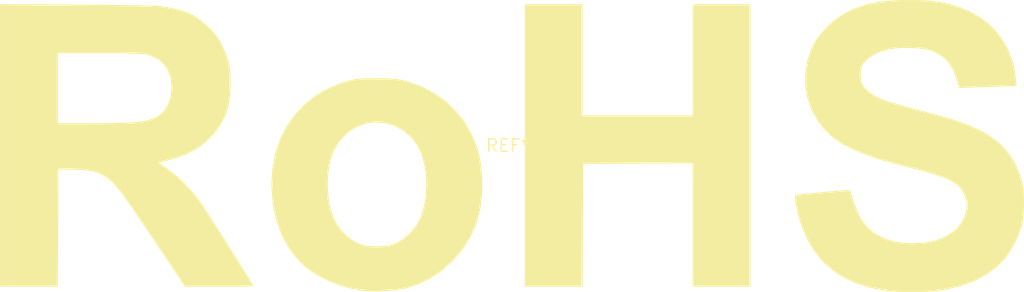
<source format=kicad_pcb>
(kicad_pcb (version 20240108) (generator pcbnew)
  (layers (0 "F.Cu" signal) (31 "B.Cu" signal) (34 "B.Paste" user) (35 "F.Paste" user) (36 "B.SilkS" user "B.Silkscreen") (37 "F.SilkS" user "F.Silkscreen") (38 "B.Mask" user) (39 "F.Mask" user) (44 "Edge.Cuts" user))
  (net 0 "")
  (footprint "RoHS-Logo_30mm_SilkScreen" (layer "F.Cu") (at 0 0)
    (property "Reference" "REF**")
    (property "Value" "RoHS-Logo_30mm_SilkScreen")
    (fp_poly (pts (xy 7.14375 -3.061607) (xy 18.369642 -3.061607) (xy 18.369642 -14.400893) (xy 24.266071 -14.400893) (xy 24.266071 14.400893) (xy 18.369642 14.400893) (xy 18.369642 1.812148) (xy 7.200446 1.870982) (xy 7.171138 8.135937) (xy 7.141829 14.400893) (xy 1.247321 14.400893) (xy 1.247321 -14.400893) (xy 7.14375 -14.400893) (xy 7.14375 -3.061607)) (layer "F.SilkS") (stroke (width 0.01)) (fill solid))
    (fp_poly (pts (xy -13.833929 -6.849305) (xy -13.076836 -6.844097) (xy -12.493415 -6.829273) (xy -12.030595 -6.7997) (xy -11.635306 -6.750243) (xy -11.254478 -6.675767) (xy -10.83504 -6.571139) (xy -10.765112 -6.552418) (xy -9.314344 -6.048748) (xy -7.976542 -5.355107) (xy -6.766627 -4.483933) (xy -5.699521 -3.447663) (xy -4.790144 -2.258733) (xy -4.075319 -0.976612) (xy -3.659842 0.043003) (xy -3.366656 1.089814) (xy -3.181258 2.22798) (xy -3.095715 3.356972) (xy -3.110266 5.026115) (xy -3.308667 6.568457) (xy -3.695129 7.995624) (xy -4.273866 9.319245) (xy -5.049092 10.550947) (xy -6.02502 11.702358) (xy -6.17478 11.854685) (xy -7.281473 12.832501) (xy -8.454442 13.608233) (xy -9.732651 14.204931) (xy -10.678618 14.519269) (xy -11.269975 14.648312) (xy -12.01869 14.752368) (xy -12.856241 14.826694) (xy -13.714106 14.86655) (xy -14.523763 14.867192) (xy -15.16231 14.829559) (xy -16.345734 14.634493) (xy -17.565883 14.293919) (xy -18.762411 13.832131) (xy -19.874976 13.273425) (xy -20.843231 12.642096) (xy -21.100682 12.438736) (xy -22.069008 11.489191) (xy -22.892803 10.37519) (xy -23.563467 9.113808) (xy -24.072404 7.722119) (xy -24.411015 6.217198) (xy -24.480548 5.726339) (xy -24.593341 4.009629) (xy -24.591098 3.96875) (xy -18.848991 3.96875) (xy -18.780352 5.319866) (xy -18.561566 6.506202) (xy -18.188893 7.536171) (xy -17.65859 8.418191) (xy -16.966917 9.160676) (xy -16.328444 9.638474) (xy -15.797465 9.94511) (xy -15.298012 10.144413) (xy -14.759003 10.253626) (xy -14.109354 10.289988) (xy -13.66384 10.28477) (xy -13.080444 10.2586) (xy -12.648393 10.208308) (xy -12.292474 10.119932) (xy -11.937472 9.979514) (xy -11.881523 9.953965) (xy -11.210053 9.554869) (xy -10.551404 9.006097) (xy -9.981922 8.375679) (xy -9.765223 8.068084) (xy -9.383524 7.309135) (xy -9.087763 6.391631) (xy -8.88794 5.370713) (xy -8.794056 4.301519) (xy -8.816113 3.23919) (xy -8.841557 2.975458) (xy -9.026649 1.826456) (xy -9.307956 0.85621) (xy -9.69906 0.03228) (xy -10.213541 -0.677772) (xy -10.495513 -0.975226) (xy -11.299512 -1.613769) (xy -12.183262 -2.056751) (xy -13.116967 -2.304179) (xy -14.070827 -2.35606) (xy -15.015045 -2.212402) (xy -15.919824 -1.873212) (xy -16.755365 -1.338498) (xy -17.162173 -0.973588) (xy -17.783078 -0.235044) (xy -18.253358 0.594288) (xy -18.581815 1.540196) (xy -18.77725 2.62847) (xy -18.848467 3.884899) (xy -18.848991 3.96875) (xy -24.591098 3.96875) (xy -24.50353 2.373355) (xy -24.213751 0.825655) (xy -23.726643 -0.625335) (xy -23.044841 -1.971478) (xy -22.170984 -3.204636) (xy -21.276786 -4.160164) (xy -20.191554 -5.036802) (xy -18.951366 -5.770548) (xy -17.591462 -6.342026) (xy -16.942393 -6.543151) (xy -16.509342 -6.658158) (xy -16.136288 -6.740687) (xy -15.770585 -6.795924) (xy -15.35959 -6.829055) (xy -14.850658 -6.845263) (xy -14.191145 -6.849734) (xy -13.833929 -6.849305)) (layer "F.SilkS") (stroke (width 0.01)) (fill solid))
    (fp_poly (pts (xy -44.308259 -14.36477) (xy -42.527021 -14.351176) (xy -40.935666 -14.335102) (xy -39.539274 -14.316651) (xy -38.34292 -14.295931) (xy -37.351684 -14.273045) (xy -36.570644 -14.248099) (xy -36.004877 -14.221198) (xy -35.659462 -14.192447) (xy -35.605358 -14.184506) (xy -34.552847 -13.97888) (xy -33.682031 -13.750318) (xy -32.947833 -13.478184) (xy -32.305174 -13.141842) (xy -31.708976 -12.720659) (xy -31.114159 -12.193998) (xy -30.988002 -12.070836) (xy -30.510544 -11.577473) (xy -30.157962 -11.153085) (xy -29.87725 -10.725967) (xy -29.615402 -10.224417) (xy -29.601326 -10.194991) (xy -29.255648 -9.416278) (xy -29.014353 -8.721906) (xy -28.861114 -8.036759) (xy -28.779605 -7.28572) (xy -28.7535 -6.393674) (xy -28.753308 -6.293304) (xy -28.8128 -5.023533) (xy -29.000695 -3.912858) (xy -29.331124 -2.92448) (xy -29.818217 -2.021604) (xy -30.476102 -1.167434) (xy -30.888942 -0.731738) (xy -31.442882 -0.217209) (xy -31.997523 0.21231) (xy -32.592894 0.576703) (xy -33.269027 0.895851) (xy -34.06595 1.189639) (xy -35.023695 1.477948) (xy -35.702859 1.659329) (xy -36.083843 1.757589) (xy -35.249288 2.322905) (xy -34.400275 2.975017) (xy -33.525 3.787179) (xy -32.675428 4.706572) (xy -31.903522 5.680379) (xy -31.789268 5.839732) (xy -31.594308 6.125744) (xy -31.311189 6.554725) (xy -30.954884 7.102947) (xy -30.540365 7.746682) (xy -30.082606 8.462203) (xy -29.596579 9.225782) (xy -29.097258 10.013691) (xy -28.599615 10.802202) (xy -28.118623 11.567587) (xy -27.669255 12.286119) (xy -27.266484 12.93407) (xy -26.925283 13.487711) (xy -26.660624 13.923316) (xy -26.487482 14.217156) (xy -26.420827 14.345504) (xy -26.420536 14.347653) (xy -26.529371 14.360818) (xy -26.837648 14.372798) (xy -27.318023 14.383177) (xy -27.943154 14.39154) (xy -28.685697 14.397469) (xy -29.51831 14.400548) (xy -29.915938 14.400893) (xy -33.411339 14.400893) (xy -36.307914 10.063616) (xy -36.932424 9.132114) (xy -37.546579 8.222868) (xy -38.133137 7.360932) (xy -38.674858 6.571358) (xy -39.154501 5.8792) (xy -39.554825 5.30951) (xy -39.858588 4.887343) (xy -39.997791 4.70171) (xy -40.598639 3.985273) (xy -41.18303 3.432582) (xy -41.792848 3.024425) (xy -42.469978 2.741585) (xy -43.256303 2.564847) (xy -44.193709 2.474998) (xy -44.896976 2.454165) (xy -46.320983 2.437946) (xy -46.350333 8.419419) (xy -46.379684 14.400893) (xy -52.274108 14.400893) (xy -52.274108 -9.411607) (xy -46.377679 -9.411607) (xy -46.377679 -2.267857) (xy -42.834152 -2.268788) (xy -41.904088 -2.272737) (xy -40.998408 -2.283453) (xy -40.15537 -2.29997) (xy -39.413234 -2.321322) (xy -38.810256 -2.346544) (xy -38.384695 -2.374669) (xy -38.299864 -2.383239) (xy -37.406898 -2.524919) (xy -36.69793 -2.731497) (xy -36.135698 -3.018115) (xy -35.682938 -3.399916) (xy -35.615153 -3.474267) (xy -35.150807 -4.161822) (xy -34.874061 -4.961838) (xy -34.780396 -5.887741) (xy -34.780541 -5.953125) (xy -34.87725 -6.879661) (xy -35.151705 -7.665402) (xy -35.604441 -8.311076) (xy -36.235995 -8.81741) (xy -37.046902 -9.185131) (xy -37.196043 -9.231959) (xy -37.389048 -9.279705) (xy -37.630078 -9.318477) (xy -37.942733 -9.349142) (xy -38.350614 -9.372566) (xy -38.877322 -9.389616) (xy -39.546456 -9.401158) (xy -40.381618 -9.408058) (xy -41.406408 -9.411183) (xy -42.089331 -9.411607) (xy -46.377679 -9.411607) (xy -52.274108 -9.411607) (xy -52.274108 -14.417119) (xy -44.308259 -14.36477)) (layer "F.SilkS") (stroke (width 0.01)) (fill solid))
    (fp_poly (pts (xy 42.433162 -14.775063) (xy 43.579781 -14.637513) (xy 44.629975 -14.415315) (xy 45.624169 -14.101444) (xy 46.602788 -13.688869) (xy 46.818531 -13.584886) (xy 47.986541 -12.893433) (xy 48.986874 -12.050234) (xy 49.821659 -11.052822) (xy 50.493027 -9.898728) (xy 50.926636 -8.823186) (xy 51.109992 -8.183225) (xy 51.253475 -7.50702) (xy 51.328335 -6.946648) (xy 51.396205 -6.066518) (xy 51.069754 -6.06037) (xy 50.864614 -6.054665) (xy 50.469955 -6.042072) (xy 49.922897 -6.023838) (xy 49.260562 -6.001208) (xy 48.520071 -5.975429) (xy 48.135267 -5.961859) (xy 45.527232 -5.869497) (xy 45.32091 -6.671331) (xy 44.972939 -7.635025) (xy 44.468706 -8.440106) (xy 43.814352 -9.079768) (xy 43.016021 -9.547204) (xy 42.579017 -9.709796) (xy 42.054112 -9.825023) (xy 41.374322 -9.904724) (xy 40.609037 -9.947019) (xy 39.827648 -9.950028) (xy 39.099547 -9.911872) (xy 38.494122 -9.830672) (xy 38.450129 -9.821637) (xy 37.569174 -9.568284) (xy 36.801656 -9.215694) (xy 36.181275 -8.784101) (xy 35.741733 -8.293738) (xy 35.65193 -8.141569) (xy 35.53727 -7.759877) (xy 35.497655 -7.262708) (xy 35.533451 -6.74872) (xy 35.645023 -6.316574) (xy 35.645163 -6.316239) (xy 35.824838 -6.019466) (xy 36.101813 -5.693367) (xy 36.237035 -5.564422) (xy 36.534369 -5.328839) (xy 36.881072 -5.108555) (xy 37.299469 -4.895497) (xy 37.811887 -4.68159) (xy 38.440652 -4.458761) (xy 39.20809 -4.218937) (xy 40.136527 -3.954042) (xy 41.248289 -3.656004) (xy 42.182142 -3.414485) (xy 43.751371 -2.993515) (xy 45.115894 -2.582084) (xy 46.29689 -2.169512) (xy 47.315535 -1.745115) (xy 48.193007 -1.298213) (xy 48.950484 -0.818124) (xy 49.609142 -0.294166) (xy 50.190158 0.284342) (xy 50.668235 0.865832) (xy 51.212538 1.72734) (xy 51.6626 2.713989) (xy 51.976989 3.730368) (xy 52.037028 4.017924) (xy 52.125264 4.725546) (xy 52.162741 5.553429) (xy 52.151316 6.423364) (xy 52.092849 7.257147) (xy 51.989195 7.976572) (xy 51.937502 8.207007) (xy 51.615395 9.163607) (xy 51.145554 10.151069) (xy 50.573168 11.081036) (xy 50.241518 11.523067) (xy 49.365347 12.42704) (xy 48.310659 13.200831) (xy 47.087972 13.83954) (xy 45.707807 14.338269) (xy 44.180684 14.69212) (xy 43.113186 14.842224) (xy 42.232161 14.911637) (xy 41.250111 14.946529) (xy 40.238063 14.94752) (xy 39.267045 14.915229) (xy 38.408084 14.850276) (xy 37.986607 14.797489) (xy 36.436706 14.493699) (xy 35.064405 14.072256) (xy 33.847309 13.52243) (xy 32.763021 12.833491) (xy 31.789145 11.994712) (xy 31.490202 11.685391) (xy 30.757895 10.757629) (xy 30.107848 9.663724) (xy 29.563147 8.456461) (xy 29.146875 7.188626) (xy 28.882116 5.913003) (xy 28.847034 5.641294) (xy 28.810457 5.275506) (xy 28.818781 5.080806) (xy 28.888134 5.003328) (xy 29.034643 4.989208) (xy 29.042273 4.9892) (xy 29.234188 4.97851) (xy 29.613146 4.948731) (xy 30.140515 4.90322) (xy 30.777665 4.84533) (xy 31.485966 4.778417) (xy 31.636607 4.763874) (xy 32.506482 4.679395) (xy 33.177121 4.616067) (xy 33.675154 4.574662) (xy 34.027213 4.555948) (xy 34.259929 4.560693) (xy 34.399934 4.589668) (xy 34.473858 4.643642) (xy 34.508333 4.723382) (xy 34.529989 4.82966) (xy 34.533694 4.847544) (xy 34.689513 5.423759) (xy 34.919168 6.088156) (xy 35.187481 6.750072) (xy 35.459271 7.318846) (xy 35.566216 7.508509) (xy 36.184409 8.319591) (xy 36.962084 8.972373) (xy 37.893935 9.464366) (xy 38.974658 9.793079) (xy 40.198946 9.956023) (xy 40.821428 9.974633) (xy 42.085909 9.901545) (xy 43.186641 9.679945) (xy 44.134247 9.30633) (xy 44.939344 8.777199) (xy 45.221545 8.523485) (xy 45.784483 7.846161) (xy 46.153298 7.122662) (xy 46.325079 6.380429) (xy 46.296914 5.646902) (xy 46.06589 4.949521) (xy 45.663948 4.354624) (xy 45.411088 4.096826) (xy 45.116096 3.860611) (xy 44.758148 3.638096) (xy 44.316422 3.421399) (xy 43.770096 3.202636) (xy 43.098345 2.973925) (xy 42.280349 2.727384) (xy 41.295284 2.45513) (xy 40.122327 2.14928) (xy 39.268338 1.933497) (xy 37.507369 1.447946) (xy 35.960527 0.927046) (xy 34.630579 0.371929) (xy 33.520295 -0.216277) (xy 32.790936 -0.710787) (xy 31.847894 -1.571455) (xy 31.078921 -2.558073) (xy 30.489168 -3.645271) (xy 30.083785 -4.807675) (xy 29.867923 -6.019913) (xy 29.846733 -7.256615) (xy 30.025366 -8.492409) (xy 30.408973 -9.701921) (xy 30.800354 -10.516003) (xy 31.424424 -11.434617) (xy 32.227645 -12.292484) (xy 33.163296 -13.049179) (xy 34.184654 -13.664276) (xy 34.723605 -13.910475) (xy 35.556772 -14.221907) (xy 36.35951 -14.456591) (xy 37.189256 -14.625099) (xy 38.103446 -14.738002) (xy 39.159518 -14.805871) (xy 39.688959 -14.824331) (xy 41.149696 -14.834993) (xy 42.433162 -14.775063)) (layer "F.SilkS") (stroke (width 0.01)) (fill solid))
  )
)
</source>
